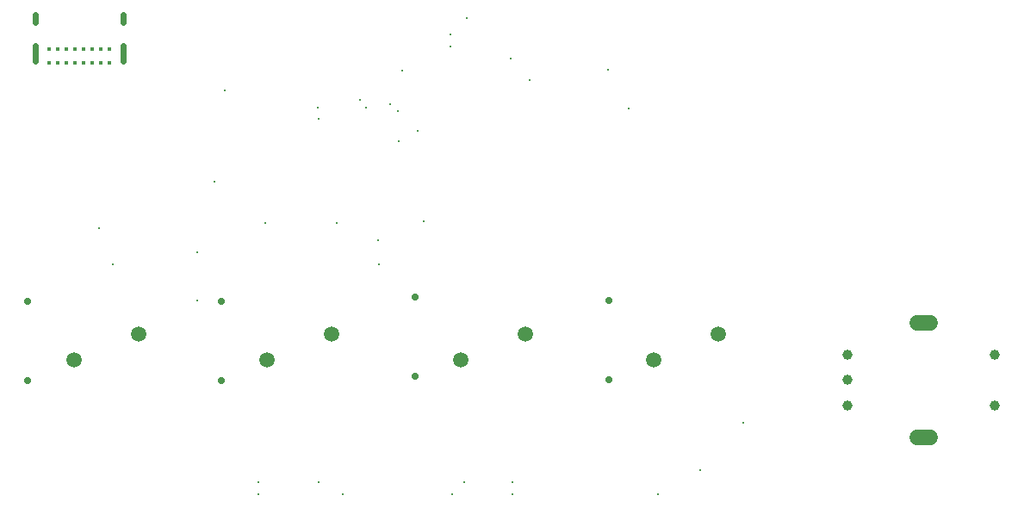
<source format=gbr>
%TF.GenerationSoftware,KiCad,Pcbnew,9.0.7*%
%TF.CreationDate,2026-02-17T21:14:05+08:00*%
%TF.ProjectId,3rd testing,33726420-7465-4737-9469-6e672e6b6963,rev?*%
%TF.SameCoordinates,Original*%
%TF.FileFunction,Plated,1,2,PTH,Mixed*%
%TF.FilePolarity,Positive*%
%FSLAX46Y46*%
G04 Gerber Fmt 4.6, Leading zero omitted, Abs format (unit mm)*
G04 Created by KiCad (PCBNEW 9.0.7) date 2026-02-17 21:14:05*
%MOMM*%
%LPD*%
G01*
G04 APERTURE LIST*
%TA.AperFunction,ViaDrill*%
%ADD10C,0.300000*%
%TD*%
%TA.AperFunction,ComponentDrill*%
%ADD11C,0.400000*%
%TD*%
G04 aperture for slot hole*
%TA.AperFunction,ComponentDrill*%
%ADD12C,0.600000*%
%TD*%
%TA.AperFunction,ComponentDrill*%
%ADD13C,0.700000*%
%TD*%
%TA.AperFunction,ComponentDrill*%
%ADD14C,1.000000*%
%TD*%
%TA.AperFunction,ComponentDrill*%
%ADD15C,1.500000*%
%TD*%
G04 aperture for slot hole*
%TA.AperFunction,ComponentDrill*%
%ADD16C,1.500000*%
%TD*%
G04 APERTURE END LIST*
D10*
X76119375Y-69601875D03*
X77460000Y-73173750D03*
X85794375Y-71983125D03*
X85794375Y-76745625D03*
X87460000Y-65080000D03*
X88460000Y-56080000D03*
X91747500Y-94605000D03*
X91747500Y-95795625D03*
X92460000Y-69080000D03*
X97589737Y-57734737D03*
X97700625Y-58886250D03*
X97700625Y-94605000D03*
X99460000Y-69080000D03*
X100081875Y-95795625D03*
X101795937Y-57022188D03*
X102396937Y-57734737D03*
X103503750Y-70792500D03*
X103653750Y-73173750D03*
X104769375Y-57389375D03*
X105460000Y-58080000D03*
X105580000Y-61080000D03*
X105885000Y-54123750D03*
X107460000Y-60080000D03*
X108030000Y-68913623D03*
X110647500Y-50551875D03*
X110647500Y-51742500D03*
X110797500Y-95795625D03*
X111988125Y-94605000D03*
X112239125Y-48960250D03*
X116600625Y-52933125D03*
X116750625Y-94605000D03*
X116750625Y-95795625D03*
X118408771Y-55028771D03*
X126125625Y-54013623D03*
X128150254Y-57813623D03*
X131038125Y-95795625D03*
X135175567Y-93414375D03*
X139461000Y-88740375D03*
D11*
%TO.C,P1*%
X71200625Y-52036250D03*
X71200625Y-53386250D03*
X72050625Y-52036250D03*
X72050625Y-53386250D03*
X72900625Y-52036250D03*
X72900625Y-53386250D03*
X73750625Y-52036250D03*
X73750625Y-53386250D03*
X74600625Y-52036250D03*
X74600625Y-53386250D03*
X75450625Y-52036250D03*
X75450625Y-53386250D03*
X76300625Y-52036250D03*
X76300625Y-53386250D03*
X77150625Y-52036250D03*
X77150625Y-53386250D03*
D12*
X69850625Y-49426250D02*
X69850625Y-48626250D01*
X69850625Y-53156250D02*
X69850625Y-51656250D01*
X78500625Y-49426250D02*
X78500625Y-48626250D01*
X78500625Y-53156250D02*
X78500625Y-51656250D01*
D13*
%TO.C,D1*%
X69125625Y-76801875D03*
X69125625Y-84601875D03*
%TO.C,D2*%
X88175625Y-76801875D03*
X88175625Y-84601875D03*
%TO.C,D3*%
X107225625Y-76417500D03*
X107225625Y-84217500D03*
%TO.C,D4*%
X126275625Y-76736250D03*
X126275625Y-84536250D03*
D14*
%TO.C,SW6*%
X149685000Y-82055000D03*
X149685000Y-84555000D03*
X149685000Y-87055000D03*
X164185000Y-82055000D03*
X164185000Y-87055000D03*
D15*
%TO.C,SW1*%
X73650000Y-82540000D03*
X80000000Y-80000000D03*
%TO.C,SW2*%
X92650000Y-82540000D03*
X99000000Y-80000000D03*
%TO.C,SW3*%
X111650000Y-82540000D03*
X118000000Y-80000000D03*
%TO.C,SW4*%
X130650000Y-82540000D03*
X137000000Y-80000000D03*
D16*
%TO.C,SW6*%
X157835000Y-78955000D02*
X156535000Y-78955000D01*
X157835000Y-90155000D02*
X156535000Y-90155000D01*
M02*

</source>
